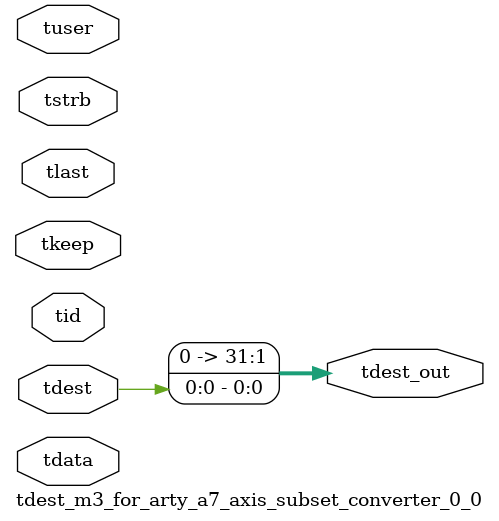
<source format=v>


`timescale 1ps/1ps

module tdest_m3_for_arty_a7_axis_subset_converter_0_0 #
(
parameter C_S_AXIS_TDATA_WIDTH = 32,
parameter C_S_AXIS_TUSER_WIDTH = 0,
parameter C_S_AXIS_TID_WIDTH   = 0,
parameter C_S_AXIS_TDEST_WIDTH = 0,
parameter C_M_AXIS_TDEST_WIDTH = 32
)
(
input  [(C_S_AXIS_TDATA_WIDTH == 0 ? 1 : C_S_AXIS_TDATA_WIDTH)-1:0     ] tdata,
input  [(C_S_AXIS_TUSER_WIDTH == 0 ? 1 : C_S_AXIS_TUSER_WIDTH)-1:0     ] tuser,
input  [(C_S_AXIS_TID_WIDTH   == 0 ? 1 : C_S_AXIS_TID_WIDTH)-1:0       ] tid,
input  [(C_S_AXIS_TDEST_WIDTH == 0 ? 1 : C_S_AXIS_TDEST_WIDTH)-1:0     ] tdest,
input  [(C_S_AXIS_TDATA_WIDTH/8)-1:0 ] tkeep,
input  [(C_S_AXIS_TDATA_WIDTH/8)-1:0 ] tstrb,
input                                                                    tlast,
output [C_M_AXIS_TDEST_WIDTH-1:0] tdest_out
);

assign tdest_out = {tdest[0:0]};

endmodule


</source>
